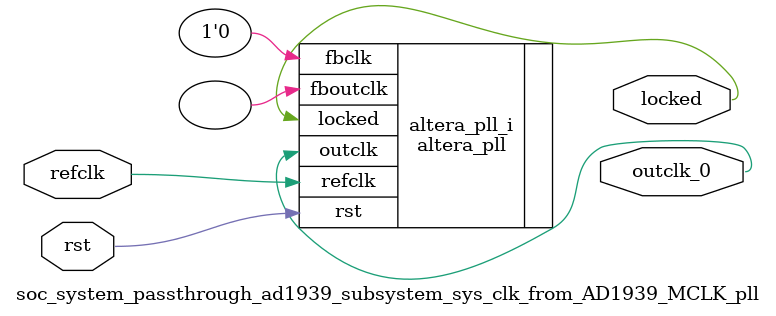
<source format=v>
`timescale 1ns/10ps
module  soc_system_passthrough_ad1939_subsystem_sys_clk_from_AD1939_MCLK_pll(

	// interface 'refclk'
	input wire refclk,

	// interface 'reset'
	input wire rst,

	// interface 'outclk0'
	output wire outclk_0,

	// interface 'locked'
	output wire locked
);

	altera_pll #(
		.fractional_vco_multiplier("false"),
		.reference_clock_frequency("12.288 MHz"),
		.operation_mode("direct"),
		.number_of_clocks(1),
		.output_clock_frequency0("98.304000 MHz"),
		.phase_shift0("0 ps"),
		.duty_cycle0(50),
		.output_clock_frequency1("0 MHz"),
		.phase_shift1("0 ps"),
		.duty_cycle1(50),
		.output_clock_frequency2("0 MHz"),
		.phase_shift2("0 ps"),
		.duty_cycle2(50),
		.output_clock_frequency3("0 MHz"),
		.phase_shift3("0 ps"),
		.duty_cycle3(50),
		.output_clock_frequency4("0 MHz"),
		.phase_shift4("0 ps"),
		.duty_cycle4(50),
		.output_clock_frequency5("0 MHz"),
		.phase_shift5("0 ps"),
		.duty_cycle5(50),
		.output_clock_frequency6("0 MHz"),
		.phase_shift6("0 ps"),
		.duty_cycle6(50),
		.output_clock_frequency7("0 MHz"),
		.phase_shift7("0 ps"),
		.duty_cycle7(50),
		.output_clock_frequency8("0 MHz"),
		.phase_shift8("0 ps"),
		.duty_cycle8(50),
		.output_clock_frequency9("0 MHz"),
		.phase_shift9("0 ps"),
		.duty_cycle9(50),
		.output_clock_frequency10("0 MHz"),
		.phase_shift10("0 ps"),
		.duty_cycle10(50),
		.output_clock_frequency11("0 MHz"),
		.phase_shift11("0 ps"),
		.duty_cycle11(50),
		.output_clock_frequency12("0 MHz"),
		.phase_shift12("0 ps"),
		.duty_cycle12(50),
		.output_clock_frequency13("0 MHz"),
		.phase_shift13("0 ps"),
		.duty_cycle13(50),
		.output_clock_frequency14("0 MHz"),
		.phase_shift14("0 ps"),
		.duty_cycle14(50),
		.output_clock_frequency15("0 MHz"),
		.phase_shift15("0 ps"),
		.duty_cycle15(50),
		.output_clock_frequency16("0 MHz"),
		.phase_shift16("0 ps"),
		.duty_cycle16(50),
		.output_clock_frequency17("0 MHz"),
		.phase_shift17("0 ps"),
		.duty_cycle17(50),
		.pll_type("General"),
		.pll_subtype("General")
	) altera_pll_i (
		.rst	(rst),
		.outclk	({outclk_0}),
		.locked	(locked),
		.fboutclk	( ),
		.fbclk	(1'b0),
		.refclk	(refclk)
	);
endmodule


</source>
